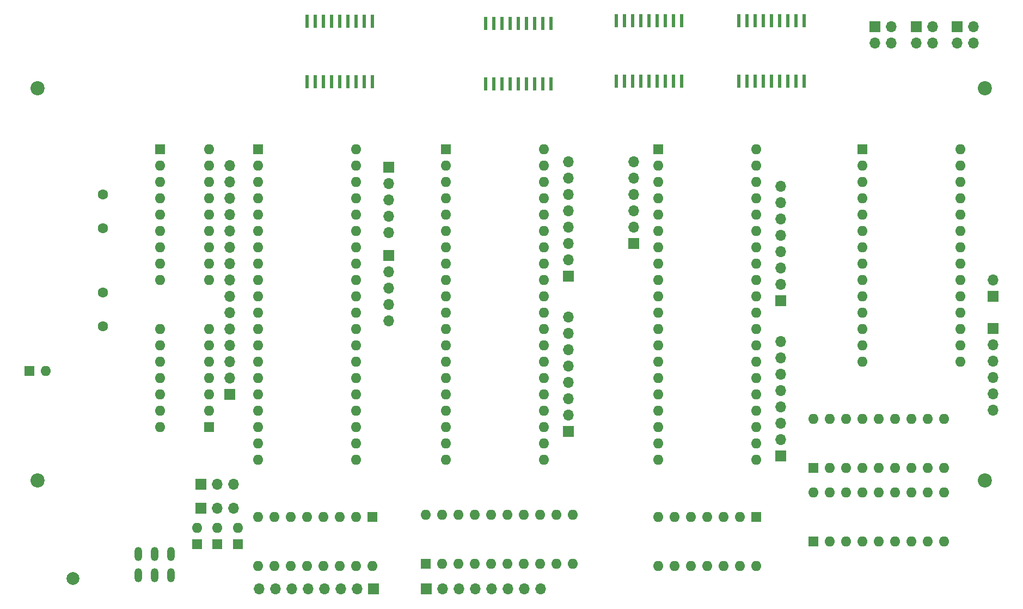
<source format=gbs>
G04 #@! TF.FileFunction,Soldermask,Bot*
%FSLAX46Y46*%
G04 Gerber Fmt 4.6, Leading zero omitted, Abs format (unit mm)*
G04 Created by KiCad (PCBNEW 4.0.3-stable) date 10/13/17 00:19:33*
%MOMM*%
%LPD*%
G01*
G04 APERTURE LIST*
%ADD10C,0.100000*%
%ADD11C,2.200000*%
%ADD12O,1.200000X2.200000*%
%ADD13R,1.700000X1.700000*%
%ADD14O,1.700000X1.700000*%
%ADD15R,1.600000X1.600000*%
%ADD16O,1.600000X1.600000*%
%ADD17C,2.000000*%
%ADD18C,1.600000*%
%ADD19R,0.600000X2.000000*%
G04 APERTURE END LIST*
D10*
D11*
X80010000Y-54610000D03*
X227330000Y-54610000D03*
X227330000Y-115570000D03*
D12*
X95631000Y-127002000D03*
X95631000Y-130302000D03*
X98171000Y-127002000D03*
X98171000Y-130302000D03*
X100711000Y-127002000D03*
X100711000Y-130302000D03*
D13*
X223012000Y-45085000D03*
D14*
X225552000Y-45085000D03*
X223012000Y-47625000D03*
X225552000Y-47625000D03*
D13*
X216662000Y-45085000D03*
D14*
X219202000Y-45085000D03*
X216662000Y-47625000D03*
X219202000Y-47625000D03*
D15*
X114300000Y-64135000D03*
D16*
X129540000Y-112395000D03*
X114300000Y-66675000D03*
X129540000Y-109855000D03*
X114300000Y-69215000D03*
X129540000Y-107315000D03*
X114300000Y-71755000D03*
X129540000Y-104775000D03*
X114300000Y-74295000D03*
X129540000Y-102235000D03*
X114300000Y-76835000D03*
X129540000Y-99695000D03*
X114300000Y-79375000D03*
X129540000Y-97155000D03*
X114300000Y-81915000D03*
X129540000Y-94615000D03*
X114300000Y-84455000D03*
X129540000Y-92075000D03*
X114300000Y-86995000D03*
X129540000Y-89535000D03*
X114300000Y-89535000D03*
X129540000Y-86995000D03*
X114300000Y-92075000D03*
X129540000Y-84455000D03*
X114300000Y-94615000D03*
X129540000Y-81915000D03*
X114300000Y-97155000D03*
X129540000Y-79375000D03*
X114300000Y-99695000D03*
X129540000Y-76835000D03*
X114300000Y-102235000D03*
X129540000Y-74295000D03*
X114300000Y-104775000D03*
X129540000Y-71755000D03*
X114300000Y-107315000D03*
X129540000Y-69215000D03*
X114300000Y-109855000D03*
X129540000Y-66675000D03*
X114300000Y-112395000D03*
X129540000Y-64135000D03*
D17*
X85498000Y-130800000D03*
D15*
X107950000Y-125476000D03*
D16*
X107950000Y-122936000D03*
D15*
X78740000Y-98552000D03*
D16*
X81280000Y-98552000D03*
D13*
X105410000Y-116205000D03*
D14*
X107950000Y-116205000D03*
X110490000Y-116205000D03*
D13*
X162560000Y-107950000D03*
D14*
X162560000Y-105410000D03*
X162560000Y-102870000D03*
X162560000Y-100330000D03*
X162560000Y-97790000D03*
X162560000Y-95250000D03*
X162560000Y-92710000D03*
X162560000Y-90170000D03*
D13*
X162560000Y-83820000D03*
D14*
X162560000Y-81280000D03*
X162560000Y-78740000D03*
X162560000Y-76200000D03*
X162560000Y-73660000D03*
X162560000Y-71120000D03*
X162560000Y-68580000D03*
X162560000Y-66040000D03*
D13*
X228600000Y-86995000D03*
D14*
X228600000Y-84455000D03*
D13*
X172720000Y-78740000D03*
D14*
X172720000Y-76200000D03*
X172720000Y-73660000D03*
X172720000Y-71120000D03*
X172720000Y-68580000D03*
X172720000Y-66040000D03*
D13*
X195580000Y-111760000D03*
D14*
X195580000Y-109220000D03*
X195580000Y-106680000D03*
X195580000Y-104140000D03*
X195580000Y-101600000D03*
X195580000Y-99060000D03*
X195580000Y-96520000D03*
X195580000Y-93980000D03*
D13*
X195580000Y-87630000D03*
D14*
X195580000Y-85090000D03*
X195580000Y-82550000D03*
X195580000Y-80010000D03*
X195580000Y-77470000D03*
X195580000Y-74930000D03*
X195580000Y-72390000D03*
X195580000Y-69850000D03*
D13*
X210185000Y-45085000D03*
D14*
X212725000Y-45085000D03*
X210185000Y-47625000D03*
X212725000Y-47625000D03*
D18*
X90170000Y-91660000D03*
X90170000Y-86360000D03*
X90170000Y-76420000D03*
X90170000Y-71120000D03*
D15*
X99060000Y-64135000D03*
D16*
X106680000Y-84455000D03*
X99060000Y-66675000D03*
X106680000Y-81915000D03*
X99060000Y-69215000D03*
X106680000Y-79375000D03*
X99060000Y-71755000D03*
X106680000Y-76835000D03*
X99060000Y-74295000D03*
X106680000Y-74295000D03*
X99060000Y-76835000D03*
X106680000Y-71755000D03*
X99060000Y-79375000D03*
X106680000Y-69215000D03*
X99060000Y-81915000D03*
X106680000Y-66675000D03*
X99060000Y-84455000D03*
X106680000Y-64135000D03*
D15*
X143510000Y-64135000D03*
D16*
X158750000Y-112395000D03*
X143510000Y-66675000D03*
X158750000Y-109855000D03*
X143510000Y-69215000D03*
X158750000Y-107315000D03*
X143510000Y-71755000D03*
X158750000Y-104775000D03*
X143510000Y-74295000D03*
X158750000Y-102235000D03*
X143510000Y-76835000D03*
X158750000Y-99695000D03*
X143510000Y-79375000D03*
X158750000Y-97155000D03*
X143510000Y-81915000D03*
X158750000Y-94615000D03*
X143510000Y-84455000D03*
X158750000Y-92075000D03*
X143510000Y-86995000D03*
X158750000Y-89535000D03*
X143510000Y-89535000D03*
X158750000Y-86995000D03*
X143510000Y-92075000D03*
X158750000Y-84455000D03*
X143510000Y-94615000D03*
X158750000Y-81915000D03*
X143510000Y-97155000D03*
X158750000Y-79375000D03*
X143510000Y-99695000D03*
X158750000Y-76835000D03*
X143510000Y-102235000D03*
X158750000Y-74295000D03*
X143510000Y-104775000D03*
X158750000Y-71755000D03*
X143510000Y-107315000D03*
X158750000Y-69215000D03*
X143510000Y-109855000D03*
X158750000Y-66675000D03*
X143510000Y-112395000D03*
X158750000Y-64135000D03*
D15*
X176530000Y-64135000D03*
D16*
X191770000Y-112395000D03*
X176530000Y-66675000D03*
X191770000Y-109855000D03*
X176530000Y-69215000D03*
X191770000Y-107315000D03*
X176530000Y-71755000D03*
X191770000Y-104775000D03*
X176530000Y-74295000D03*
X191770000Y-102235000D03*
X176530000Y-76835000D03*
X191770000Y-99695000D03*
X176530000Y-79375000D03*
X191770000Y-97155000D03*
X176530000Y-81915000D03*
X191770000Y-94615000D03*
X176530000Y-84455000D03*
X191770000Y-92075000D03*
X176530000Y-86995000D03*
X191770000Y-89535000D03*
X176530000Y-89535000D03*
X191770000Y-86995000D03*
X176530000Y-92075000D03*
X191770000Y-84455000D03*
X176530000Y-94615000D03*
X191770000Y-81915000D03*
X176530000Y-97155000D03*
X191770000Y-79375000D03*
X176530000Y-99695000D03*
X191770000Y-76835000D03*
X176530000Y-102235000D03*
X191770000Y-74295000D03*
X176530000Y-104775000D03*
X191770000Y-71755000D03*
X176530000Y-107315000D03*
X191770000Y-69215000D03*
X176530000Y-109855000D03*
X191770000Y-66675000D03*
X176530000Y-112395000D03*
X191770000Y-64135000D03*
D15*
X208280000Y-64135000D03*
D16*
X223520000Y-97155000D03*
X208280000Y-66675000D03*
X223520000Y-94615000D03*
X208280000Y-69215000D03*
X223520000Y-92075000D03*
X208280000Y-71755000D03*
X223520000Y-89535000D03*
X208280000Y-74295000D03*
X223520000Y-86995000D03*
X208280000Y-76835000D03*
X223520000Y-84455000D03*
X208280000Y-79375000D03*
X223520000Y-81915000D03*
X208280000Y-81915000D03*
X223520000Y-79375000D03*
X208280000Y-84455000D03*
X223520000Y-76835000D03*
X208280000Y-86995000D03*
X223520000Y-74295000D03*
X208280000Y-89535000D03*
X223520000Y-71755000D03*
X208280000Y-92075000D03*
X223520000Y-69215000D03*
X208280000Y-94615000D03*
X223520000Y-66675000D03*
X208280000Y-97155000D03*
X223520000Y-64135000D03*
D15*
X191770000Y-121285000D03*
D16*
X176530000Y-128905000D03*
X189230000Y-121285000D03*
X179070000Y-128905000D03*
X186690000Y-121285000D03*
X181610000Y-128905000D03*
X184150000Y-121285000D03*
X184150000Y-128905000D03*
X181610000Y-121285000D03*
X186690000Y-128905000D03*
X179070000Y-121285000D03*
X189230000Y-128905000D03*
X176530000Y-121285000D03*
X191770000Y-128905000D03*
D15*
X132080000Y-121285000D03*
D16*
X114300000Y-128905000D03*
X129540000Y-121285000D03*
X116840000Y-128905000D03*
X127000000Y-121285000D03*
X119380000Y-128905000D03*
X124460000Y-121285000D03*
X121920000Y-128905000D03*
X121920000Y-121285000D03*
X124460000Y-128905000D03*
X119380000Y-121285000D03*
X127000000Y-128905000D03*
X116840000Y-121285000D03*
X129540000Y-128905000D03*
X114300000Y-121285000D03*
X132080000Y-128905000D03*
D15*
X200660000Y-125095000D03*
D16*
X220980000Y-117475000D03*
X203200000Y-125095000D03*
X218440000Y-117475000D03*
X205740000Y-125095000D03*
X215900000Y-117475000D03*
X208280000Y-125095000D03*
X213360000Y-117475000D03*
X210820000Y-125095000D03*
X210820000Y-117475000D03*
X213360000Y-125095000D03*
X208280000Y-117475000D03*
X215900000Y-125095000D03*
X205740000Y-117475000D03*
X218440000Y-125095000D03*
X203200000Y-117475000D03*
X220980000Y-125095000D03*
X200660000Y-117475000D03*
D15*
X200660000Y-113665000D03*
D16*
X220980000Y-106045000D03*
X203200000Y-113665000D03*
X218440000Y-106045000D03*
X205740000Y-113665000D03*
X215900000Y-106045000D03*
X208280000Y-113665000D03*
X213360000Y-106045000D03*
X210820000Y-113665000D03*
X210820000Y-106045000D03*
X213360000Y-113665000D03*
X208280000Y-106045000D03*
X215900000Y-113665000D03*
X205740000Y-106045000D03*
X218440000Y-113665000D03*
X203200000Y-106045000D03*
X220980000Y-113665000D03*
X200660000Y-106045000D03*
D19*
X199244268Y-53562284D03*
X197974268Y-53562284D03*
X196704268Y-53562284D03*
X195434268Y-53562284D03*
X194164268Y-53562284D03*
X192894268Y-53562284D03*
X191624268Y-53562284D03*
X190354268Y-53562284D03*
X189084268Y-53562284D03*
X189084268Y-44162284D03*
X190354268Y-44162284D03*
X191624268Y-44162284D03*
X192894268Y-44162284D03*
X194164268Y-44162284D03*
X195434268Y-44162284D03*
X196704268Y-44162284D03*
X197974268Y-44162284D03*
X199244268Y-44162284D03*
D15*
X106680000Y-107315000D03*
D16*
X99060000Y-92075000D03*
X106680000Y-104775000D03*
X99060000Y-94615000D03*
X106680000Y-102235000D03*
X99060000Y-97155000D03*
X106680000Y-99695000D03*
X99060000Y-99695000D03*
X106680000Y-97155000D03*
X99060000Y-102235000D03*
X106680000Y-94615000D03*
X99060000Y-104775000D03*
X106680000Y-92075000D03*
X99060000Y-107315000D03*
D19*
X180194268Y-53562284D03*
X178924268Y-53562284D03*
X177654268Y-53562284D03*
X176384268Y-53562284D03*
X175114268Y-53562284D03*
X173844268Y-53562284D03*
X172574268Y-53562284D03*
X171304268Y-53562284D03*
X170034268Y-53562284D03*
X170034268Y-44162284D03*
X171304268Y-44162284D03*
X172574268Y-44162284D03*
X173844268Y-44162284D03*
X175114268Y-44162284D03*
X176384268Y-44162284D03*
X177654268Y-44162284D03*
X178924268Y-44162284D03*
X180194268Y-44162284D03*
X159874268Y-53942284D03*
X158604268Y-53942284D03*
X157334268Y-53942284D03*
X156064268Y-53942284D03*
X154794268Y-53942284D03*
X153524268Y-53942284D03*
X152254268Y-53942284D03*
X150984268Y-53942284D03*
X149714268Y-53942284D03*
X149714268Y-44542284D03*
X150984268Y-44542284D03*
X152254268Y-44542284D03*
X153524268Y-44542284D03*
X154794268Y-44542284D03*
X156064268Y-44542284D03*
X157334268Y-44542284D03*
X158604268Y-44542284D03*
X159874268Y-44542284D03*
X132044168Y-53595000D03*
X130774168Y-53595000D03*
X129504168Y-53595000D03*
X128234168Y-53595000D03*
X126964168Y-53595000D03*
X125694168Y-53595000D03*
X124424168Y-53595000D03*
X123154168Y-53595000D03*
X121884168Y-53595000D03*
X121884168Y-44195000D03*
X123154168Y-44195000D03*
X124424168Y-44195000D03*
X125694168Y-44195000D03*
X126964168Y-44195000D03*
X128234168Y-44195000D03*
X129504168Y-44195000D03*
X130774168Y-44195000D03*
X132044168Y-44195000D03*
D13*
X105410000Y-119888000D03*
D14*
X107950000Y-119888000D03*
X110490000Y-119888000D03*
D13*
X228600000Y-91948000D03*
D14*
X228600000Y-94488000D03*
X228600000Y-97028000D03*
X228600000Y-99568000D03*
X228600000Y-102108000D03*
X228600000Y-104648000D03*
D13*
X109855000Y-102235000D03*
D14*
X109855000Y-99695000D03*
X109855000Y-97155000D03*
X109855000Y-94615000D03*
X109855000Y-92075000D03*
X109855000Y-89535000D03*
X109855000Y-86995000D03*
X109855000Y-84455000D03*
X109855000Y-81915000D03*
X109855000Y-79375000D03*
X109855000Y-76835000D03*
X109855000Y-74295000D03*
X109855000Y-71755000D03*
X109855000Y-69215000D03*
X109855000Y-66675000D03*
D13*
X134620000Y-80645000D03*
D14*
X134620000Y-83185000D03*
X134620000Y-85725000D03*
X134620000Y-88265000D03*
X134620000Y-90805000D03*
D13*
X134620000Y-66929000D03*
D14*
X134620000Y-69469000D03*
X134620000Y-72009000D03*
X134620000Y-74549000D03*
X134620000Y-77089000D03*
D13*
X140462000Y-132461000D03*
D14*
X143002000Y-132461000D03*
X145542000Y-132461000D03*
X148082000Y-132461000D03*
X150622000Y-132461000D03*
X153162000Y-132461000D03*
X155702000Y-132461000D03*
X158242000Y-132461000D03*
D13*
X132207000Y-132461000D03*
D14*
X129667000Y-132461000D03*
X127127000Y-132461000D03*
X124587000Y-132461000D03*
X122047000Y-132461000D03*
X119507000Y-132461000D03*
X116967000Y-132461000D03*
X114427000Y-132461000D03*
D15*
X140335000Y-128524000D03*
D16*
X163195000Y-120904000D03*
X142875000Y-128524000D03*
X160655000Y-120904000D03*
X145415000Y-128524000D03*
X158115000Y-120904000D03*
X147955000Y-128524000D03*
X155575000Y-120904000D03*
X150495000Y-128524000D03*
X153035000Y-120904000D03*
X153035000Y-128524000D03*
X150495000Y-120904000D03*
X155575000Y-128524000D03*
X147955000Y-120904000D03*
X158115000Y-128524000D03*
X145415000Y-120904000D03*
X160655000Y-128524000D03*
X142875000Y-120904000D03*
X163195000Y-128524000D03*
X140335000Y-120904000D03*
D15*
X111125000Y-125476000D03*
D16*
X111125000Y-122936000D03*
D15*
X104775000Y-125476000D03*
D16*
X104775000Y-122936000D03*
D11*
X80010000Y-115570000D03*
M02*

</source>
